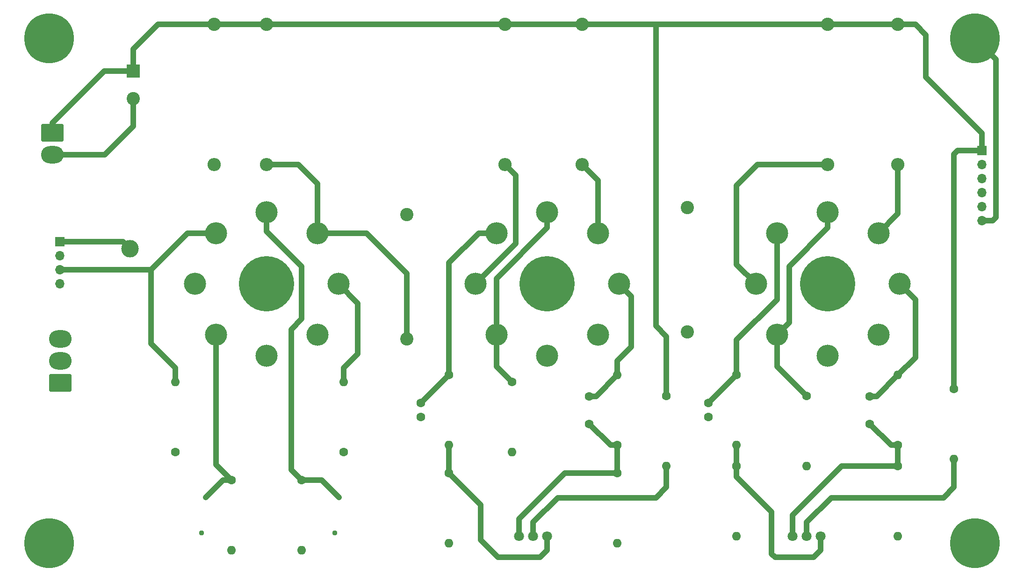
<source format=gbr>
%TF.GenerationSoftware,KiCad,Pcbnew,6.0.9-8da3e8f707~117~ubuntu22.04.1*%
%TF.CreationDate,2022-12-15T07:25:52-05:00*%
%TF.ProjectId,deflection_amp,6465666c-6563-4746-996f-6e5f616d702e,rev?*%
%TF.SameCoordinates,Original*%
%TF.FileFunction,Copper,L1,Top*%
%TF.FilePolarity,Positive*%
%FSLAX46Y46*%
G04 Gerber Fmt 4.6, Leading zero omitted, Abs format (unit mm)*
G04 Created by KiCad (PCBNEW 6.0.9-8da3e8f707~117~ubuntu22.04.1) date 2022-12-15 07:25:52*
%MOMM*%
%LPD*%
G01*
G04 APERTURE LIST*
G04 Aperture macros list*
%AMRoundRect*
0 Rectangle with rounded corners*
0 $1 Rounding radius*
0 $2 $3 $4 $5 $6 $7 $8 $9 X,Y pos of 4 corners*
0 Add a 4 corners polygon primitive as box body*
4,1,4,$2,$3,$4,$5,$6,$7,$8,$9,$2,$3,0*
0 Add four circle primitives for the rounded corners*
1,1,$1+$1,$2,$3*
1,1,$1+$1,$4,$5*
1,1,$1+$1,$6,$7*
1,1,$1+$1,$8,$9*
0 Add four rect primitives between the rounded corners*
20,1,$1+$1,$2,$3,$4,$5,0*
20,1,$1+$1,$4,$5,$6,$7,0*
20,1,$1+$1,$6,$7,$8,$9,0*
20,1,$1+$1,$8,$9,$2,$3,0*%
G04 Aperture macros list end*
%TA.AperFunction,ComponentPad*%
%ADD10C,1.800000*%
%TD*%
%TA.AperFunction,ComponentPad*%
%ADD11C,1.600000*%
%TD*%
%TA.AperFunction,ComponentPad*%
%ADD12O,1.600000X1.600000*%
%TD*%
%TA.AperFunction,ComponentPad*%
%ADD13RoundRect,0.250000X-1.800000X1.330000X-1.800000X-1.330000X1.800000X-1.330000X1.800000X1.330000X0*%
%TD*%
%TA.AperFunction,ComponentPad*%
%ADD14O,4.100000X3.160000*%
%TD*%
%TA.AperFunction,ComponentPad*%
%ADD15O,4.000000X4.000000*%
%TD*%
%TA.AperFunction,ComponentPad*%
%ADD16C,10.000000*%
%TD*%
%TA.AperFunction,ComponentPad*%
%ADD17C,2.400000*%
%TD*%
%TA.AperFunction,ComponentPad*%
%ADD18O,2.400000X2.400000*%
%TD*%
%TA.AperFunction,ComponentPad*%
%ADD19R,2.400000X2.400000*%
%TD*%
%TA.AperFunction,ComponentPad*%
%ADD20C,0.940000*%
%TD*%
%TA.AperFunction,ComponentPad*%
%ADD21C,9.000000*%
%TD*%
%TA.AperFunction,ComponentPad*%
%ADD22R,1.700000X1.700000*%
%TD*%
%TA.AperFunction,ComponentPad*%
%ADD23O,1.700000X1.700000*%
%TD*%
%TA.AperFunction,ComponentPad*%
%ADD24RoundRect,0.250000X1.800000X-1.330000X1.800000X1.330000X-1.800000X1.330000X-1.800000X-1.330000X0*%
%TD*%
%TA.AperFunction,ViaPad*%
%ADD25C,3.175000*%
%TD*%
%TA.AperFunction,Conductor*%
%ADD26C,1.016000*%
%TD*%
G04 APERTURE END LIST*
D10*
%TO.P,RV2,1,1*%
%TO.N,Net-(C8-Pad2)*%
X184150000Y-139700000D03*
%TO.P,RV2,2,2*%
%TO.N,Net-(R18-Pad2)*%
X186690000Y-139700000D03*
%TO.P,RV2,3,3*%
%TO.N,Net-(R21-Pad2)*%
X189230000Y-139700000D03*
%TD*%
D11*
%TO.P,R22,1*%
%TO.N,Net-(R21-Pad2)*%
X173990000Y-127000000D03*
D12*
%TO.P,R22,2*%
%TO.N,GND*%
X173990000Y-139700000D03*
%TD*%
D11*
%TO.P,R1,1*%
%TO.N,GND*%
X102870000Y-124460000D03*
D12*
%TO.P,R1,2*%
%TO.N,Net-(J2-Pad1)*%
X102870000Y-111760000D03*
%TD*%
D13*
%TO.P,J1,1,Pin_1*%
%TO.N,/B+*%
X50060000Y-66600000D03*
D14*
%TO.P,J1,2,Pin_2*%
%TO.N,GND*%
X50060000Y-70560000D03*
%TD*%
D15*
%TO.P,U3,1,G*%
%TO.N,Net-(C6-Pad2)*%
X203500000Y-93980000D03*
%TO.P,U3,2,P*%
%TO.N,Net-(J4-Pad4)*%
X199692388Y-84787612D03*
%TO.P,U3,3,C*%
%TO.N,Net-(R14-Pad1)*%
X190500000Y-80980000D03*
%TO.P,U3,4,G*%
%TO.N,Net-(C10-Pad1)*%
X181307612Y-84787612D03*
%TO.P,U3,5,P*%
%TO.N,Net-(J4-Pad5)*%
X177500000Y-93980000D03*
%TO.P,U3,6,C*%
%TO.N,Net-(R14-Pad1)*%
X181307612Y-103172388D03*
%TO.P,U3,7,F1*%
%TO.N,Net-(J3-Pad1)*%
X190500000Y-106980000D03*
%TO.P,U3,8,F2*%
%TO.N,Net-(J3-Pad2)*%
X199692388Y-103172388D03*
D16*
%TO.P,U3,9*%
%TO.N,N/C*%
X190500000Y-93980000D03*
%TD*%
D17*
%TO.P,R6,1*%
%TO.N,/B+*%
X79375000Y-46990000D03*
D18*
%TO.P,R6,2*%
%TO.N,Net-(C6-Pad1)*%
X79375000Y-72390000D03*
%TD*%
D19*
%TO.P,C1,1*%
%TO.N,/B+*%
X64770000Y-55461041D03*
D17*
%TO.P,C1,2*%
%TO.N,GND*%
X64770000Y-60461041D03*
%TD*%
D20*
%TO.P,C3,1*%
%TO.N,Net-(C3-Pad1)*%
X102000000Y-132690000D03*
%TO.P,C3,2*%
%TO.N,GND*%
X101200000Y-139090000D03*
%TD*%
D17*
%TO.P,C5,1*%
%TO.N,Net-(C5-Pad1)*%
X114300000Y-103960000D03*
%TO.P,C5,2*%
%TO.N,Net-(C5-Pad2)*%
X114300000Y-81460000D03*
%TD*%
D11*
%TO.P,C8,1*%
%TO.N,Net-(C6-Pad2)*%
X198120000Y-114340000D03*
%TO.P,C8,2*%
%TO.N,Net-(C8-Pad2)*%
X198120000Y-119340000D03*
%TD*%
%TO.P,R4,1*%
%TO.N,Net-(C4-Pad1)*%
X82550000Y-129540000D03*
D12*
%TO.P,R4,2*%
%TO.N,GND*%
X82550000Y-142240000D03*
%TD*%
D21*
%TO.P,H1,1,1*%
%TO.N,GND*%
X49530000Y-140970000D03*
%TD*%
D17*
%TO.P,R16,1*%
%TO.N,/B+*%
X190500000Y-46990000D03*
D18*
%TO.P,R16,2*%
%TO.N,Net-(J4-Pad5)*%
X190500000Y-72390000D03*
%TD*%
D15*
%TO.P,U2,1,G*%
%TO.N,Net-(C5-Pad2)*%
X152700000Y-93980000D03*
%TO.P,U2,2,P*%
%TO.N,Net-(J4-Pad2)*%
X148892388Y-84787612D03*
%TO.P,U2,3,C*%
%TO.N,Net-(R13-Pad1)*%
X139700000Y-80980000D03*
%TO.P,U2,4,G*%
%TO.N,Net-(C9-Pad1)*%
X130507612Y-84787612D03*
%TO.P,U2,5,P*%
%TO.N,Net-(J4-Pad3)*%
X126700000Y-93980000D03*
%TO.P,U2,6,C*%
%TO.N,Net-(R13-Pad1)*%
X130507612Y-103172388D03*
%TO.P,U2,7,F1*%
%TO.N,Net-(J3-Pad1)*%
X139700000Y-106980000D03*
%TO.P,U2,8,F2*%
%TO.N,Net-(J3-Pad2)*%
X148892388Y-103172388D03*
D16*
%TO.P,U2,9*%
%TO.N,N/C*%
X139700000Y-93980000D03*
%TD*%
D11*
%TO.P,R19,1*%
%TO.N,Net-(C9-Pad1)*%
X121920000Y-110490000D03*
D12*
%TO.P,R19,2*%
%TO.N,Net-(R19-Pad2)*%
X121920000Y-123190000D03*
%TD*%
D22*
%TO.P,J2,1,Pin_1*%
%TO.N,Net-(J2-Pad1)*%
X51435000Y-86360000D03*
D23*
%TO.P,J2,2,Pin_2*%
%TO.N,GND*%
X51435000Y-88900000D03*
%TO.P,J2,3,Pin_3*%
%TO.N,Net-(J2-Pad3)*%
X51435000Y-91440000D03*
%TO.P,J2,4,Pin_4*%
%TO.N,GND*%
X51435000Y-93980000D03*
%TD*%
D11*
%TO.P,R2,1*%
%TO.N,GND*%
X72390000Y-124460000D03*
D12*
%TO.P,R2,2*%
%TO.N,Net-(J2-Pad3)*%
X72390000Y-111760000D03*
%TD*%
D17*
%TO.P,R11,1*%
%TO.N,/B+*%
X146050000Y-46990000D03*
D18*
%TO.P,R11,2*%
%TO.N,Net-(J4-Pad2)*%
X146050000Y-72390000D03*
%TD*%
D22*
%TO.P,J4,1,Pin_1*%
%TO.N,/B+*%
X218440000Y-69850000D03*
D23*
%TO.P,J4,2,Pin_2*%
%TO.N,Net-(J4-Pad2)*%
X218440000Y-72390000D03*
%TO.P,J4,3,Pin_3*%
%TO.N,Net-(J4-Pad3)*%
X218440000Y-74930000D03*
%TO.P,J4,4,Pin_4*%
%TO.N,Net-(J4-Pad4)*%
X218440000Y-77470000D03*
%TO.P,J4,5,Pin_5*%
%TO.N,Net-(J4-Pad5)*%
X218440000Y-80010000D03*
%TO.P,J4,6,Pin_6*%
%TO.N,GND*%
X218440000Y-82550000D03*
%TD*%
D21*
%TO.P,H3,1,1*%
%TO.N,GND*%
X217170000Y-49530000D03*
%TD*%
D11*
%TO.P,C9,1*%
%TO.N,Net-(C9-Pad1)*%
X116840000Y-115570000D03*
%TO.P,C9,2*%
%TO.N,GND*%
X116840000Y-118070000D03*
%TD*%
%TO.P,R7,1*%
%TO.N,Net-(C7-Pad2)*%
X152400000Y-123190000D03*
D12*
%TO.P,R7,2*%
%TO.N,Net-(C5-Pad2)*%
X152400000Y-110490000D03*
%TD*%
D17*
%TO.P,R12,1*%
%TO.N,/B+*%
X203200000Y-46990000D03*
D18*
%TO.P,R12,2*%
%TO.N,Net-(J4-Pad4)*%
X203200000Y-72390000D03*
%TD*%
D11*
%TO.P,R18,1*%
%TO.N,/B+*%
X213360000Y-113030000D03*
D12*
%TO.P,R18,2*%
%TO.N,Net-(R18-Pad2)*%
X213360000Y-125730000D03*
%TD*%
D20*
%TO.P,C4,1*%
%TO.N,Net-(C4-Pad1)*%
X77870000Y-132690000D03*
%TO.P,C4,2*%
%TO.N,GND*%
X77070000Y-139090000D03*
%TD*%
D11*
%TO.P,R17,1*%
%TO.N,/B+*%
X161290000Y-114300000D03*
D12*
%TO.P,R17,2*%
%TO.N,Net-(R17-Pad2)*%
X161290000Y-127000000D03*
%TD*%
D11*
%TO.P,R9,1*%
%TO.N,Net-(C8-Pad2)*%
X203200000Y-123190000D03*
D12*
%TO.P,R9,2*%
%TO.N,Net-(C6-Pad2)*%
X203200000Y-110490000D03*
%TD*%
D11*
%TO.P,R3,1*%
%TO.N,Net-(C3-Pad1)*%
X95250000Y-129540000D03*
D12*
%TO.P,R3,2*%
%TO.N,GND*%
X95250000Y-142240000D03*
%TD*%
D11*
%TO.P,R21,1*%
%TO.N,Net-(C10-Pad1)*%
X173990000Y-110490000D03*
D12*
%TO.P,R21,2*%
%TO.N,Net-(R21-Pad2)*%
X173990000Y-123190000D03*
%TD*%
D24*
%TO.P,J3,1,Pin_1*%
%TO.N,Net-(J3-Pad1)*%
X51540000Y-111910000D03*
D14*
%TO.P,J3,2,Pin_2*%
%TO.N,Net-(J3-Pad2)*%
X51540000Y-107950000D03*
%TO.P,J3,3,Pin_3*%
%TO.N,GND*%
X51540000Y-103990000D03*
%TD*%
D10*
%TO.P,RV1,1,1*%
%TO.N,Net-(C7-Pad2)*%
X134620000Y-139700000D03*
%TO.P,RV1,2,2*%
%TO.N,Net-(R17-Pad2)*%
X137160000Y-139700000D03*
%TO.P,RV1,3,3*%
%TO.N,Net-(R19-Pad2)*%
X139700000Y-139700000D03*
%TD*%
D11*
%TO.P,C7,1*%
%TO.N,Net-(C5-Pad2)*%
X147320000Y-114340000D03*
%TO.P,C7,2*%
%TO.N,Net-(C7-Pad2)*%
X147320000Y-119340000D03*
%TD*%
%TO.P,C10,1*%
%TO.N,Net-(C10-Pad1)*%
X168910000Y-115570000D03*
%TO.P,C10,2*%
%TO.N,GND*%
X168910000Y-118070000D03*
%TD*%
%TO.P,R20,1*%
%TO.N,Net-(R19-Pad2)*%
X121920000Y-128270000D03*
D12*
%TO.P,R20,2*%
%TO.N,GND*%
X121920000Y-140970000D03*
%TD*%
D21*
%TO.P,H4,1,1*%
%TO.N,GND*%
X217170000Y-140970000D03*
%TD*%
D15*
%TO.P,U1,1,G*%
%TO.N,Net-(J2-Pad1)*%
X101900000Y-93980000D03*
%TO.P,U1,2,P*%
%TO.N,Net-(C5-Pad1)*%
X98092388Y-84787612D03*
%TO.P,U1,3,C*%
%TO.N,Net-(C3-Pad1)*%
X88900000Y-80980000D03*
%TO.P,U1,4,G*%
%TO.N,Net-(J2-Pad3)*%
X79707612Y-84787612D03*
%TO.P,U1,5,P*%
%TO.N,Net-(C6-Pad1)*%
X75900000Y-93980000D03*
%TO.P,U1,6,C*%
%TO.N,Net-(C4-Pad1)*%
X79707612Y-103172388D03*
%TO.P,U1,7,F1*%
%TO.N,Net-(J3-Pad1)*%
X88900000Y-106980000D03*
%TO.P,U1,8,F2*%
%TO.N,Net-(J3-Pad2)*%
X98092388Y-103172388D03*
D16*
%TO.P,U1,9*%
%TO.N,N/C*%
X88900000Y-93980000D03*
%TD*%
D11*
%TO.P,R10,1*%
%TO.N,Net-(C8-Pad2)*%
X203200000Y-127000000D03*
D12*
%TO.P,R10,2*%
%TO.N,GND*%
X203200000Y-139700000D03*
%TD*%
D11*
%TO.P,R8,1*%
%TO.N,Net-(C7-Pad2)*%
X152400000Y-128270000D03*
D12*
%TO.P,R8,2*%
%TO.N,GND*%
X152400000Y-140970000D03*
%TD*%
D11*
%TO.P,R13,1*%
%TO.N,Net-(R13-Pad1)*%
X133350000Y-111760000D03*
D12*
%TO.P,R13,2*%
%TO.N,GND*%
X133350000Y-124460000D03*
%TD*%
D17*
%TO.P,C6,1*%
%TO.N,Net-(C6-Pad1)*%
X165100000Y-102690000D03*
%TO.P,C6,2*%
%TO.N,Net-(C6-Pad2)*%
X165100000Y-80190000D03*
%TD*%
D21*
%TO.P,H2,1,1*%
%TO.N,GND*%
X49530000Y-49530000D03*
%TD*%
D11*
%TO.P,R14,1*%
%TO.N,Net-(R14-Pad1)*%
X186690000Y-114300000D03*
D12*
%TO.P,R14,2*%
%TO.N,GND*%
X186690000Y-127000000D03*
%TD*%
D17*
%TO.P,R15,1*%
%TO.N,/B+*%
X132080000Y-46990000D03*
D18*
%TO.P,R15,2*%
%TO.N,Net-(J4-Pad3)*%
X132080000Y-72390000D03*
%TD*%
D17*
%TO.P,R5,1*%
%TO.N,/B+*%
X88900000Y-46990000D03*
D18*
%TO.P,R5,2*%
%TO.N,Net-(C5-Pad1)*%
X88900000Y-72390000D03*
%TD*%
D25*
%TO.N,Net-(J2-Pad1)*%
X64135000Y-87630000D03*
%TD*%
D26*
%TO.N,Net-(C3-Pad1)*%
X88900000Y-80980000D02*
X88900000Y-84455000D01*
X93345000Y-127635000D02*
X95250000Y-129540000D01*
X95250000Y-90805000D02*
X95250000Y-100330000D01*
X98850000Y-129540000D02*
X102000000Y-132690000D01*
X88900000Y-84455000D02*
X95250000Y-90805000D01*
X95250000Y-129540000D02*
X98850000Y-129540000D01*
X95250000Y-100330000D02*
X93345000Y-102235000D01*
X93345000Y-102235000D02*
X93345000Y-127635000D01*
%TO.N,GND*%
X220980000Y-81915000D02*
X220345000Y-82550000D01*
X217170000Y-49530000D02*
X220980000Y-53340000D01*
X220345000Y-82550000D02*
X218440000Y-82550000D01*
X59615000Y-70560000D02*
X64770000Y-65405000D01*
X220980000Y-53340000D02*
X220980000Y-81915000D01*
X64770000Y-65405000D02*
X64770000Y-60461041D01*
X50060000Y-70560000D02*
X59615000Y-70560000D01*
%TO.N,Net-(C4-Pad1)*%
X79707612Y-103172388D02*
X79707612Y-126697612D01*
X79707612Y-126697612D02*
X82550000Y-129540000D01*
X82550000Y-129540000D02*
X81020000Y-129540000D01*
X81020000Y-129540000D02*
X77870000Y-132690000D01*
%TO.N,Net-(C5-Pad1)*%
X88900000Y-72390000D02*
X94615000Y-72390000D01*
X98092388Y-84787612D02*
X107012612Y-84787612D01*
X94615000Y-72390000D02*
X98092388Y-75867388D01*
X114300000Y-92075000D02*
X114300000Y-103960000D01*
X98092388Y-75867388D02*
X98092388Y-84787612D01*
X107012612Y-84787612D02*
X114300000Y-92075000D01*
%TO.N,Net-(C5-Pad2)*%
X154940000Y-105410000D02*
X154940000Y-96220000D01*
X154940000Y-96220000D02*
X152700000Y-93980000D01*
X148550000Y-114340000D02*
X152400000Y-110490000D01*
X147320000Y-114340000D02*
X148550000Y-114340000D01*
X152400000Y-107950000D02*
X154940000Y-105410000D01*
X152400000Y-110490000D02*
X152400000Y-107950000D01*
%TO.N,Net-(C6-Pad2)*%
X198120000Y-114340000D02*
X199350000Y-114340000D01*
X206375000Y-96855000D02*
X203500000Y-93980000D01*
X206375000Y-107315000D02*
X206375000Y-96855000D01*
X199350000Y-114340000D02*
X203200000Y-110490000D01*
X203200000Y-110490000D02*
X206375000Y-107315000D01*
%TO.N,Net-(C7-Pad2)*%
X142875000Y-128270000D02*
X152400000Y-128270000D01*
X151170000Y-123190000D02*
X147320000Y-119340000D01*
X134620000Y-136525000D02*
X142875000Y-128270000D01*
X152400000Y-123190000D02*
X151170000Y-123190000D01*
X134620000Y-139700000D02*
X134620000Y-136525000D01*
X152400000Y-128270000D02*
X152400000Y-123190000D01*
%TO.N,Net-(C8-Pad2)*%
X203200000Y-127000000D02*
X203200000Y-123190000D01*
X201970000Y-123190000D02*
X198120000Y-119340000D01*
X184150000Y-139700000D02*
X184150000Y-135890000D01*
X193040000Y-127000000D02*
X203200000Y-127000000D01*
X203200000Y-123190000D02*
X201970000Y-123190000D01*
X184150000Y-135890000D02*
X193040000Y-127000000D01*
%TO.N,Net-(C9-Pad1)*%
X130507612Y-84787612D02*
X127302388Y-84787612D01*
X127302388Y-84787612D02*
X121920000Y-90170000D01*
X121920000Y-90170000D02*
X121920000Y-110490000D01*
X116840000Y-115570000D02*
X121920000Y-110490000D01*
%TO.N,Net-(C10-Pad1)*%
X181307612Y-84787612D02*
X181307612Y-96822388D01*
X173990000Y-110490000D02*
X168910000Y-115570000D01*
X181307612Y-96822388D02*
X173990000Y-104140000D01*
X173990000Y-104140000D02*
X173990000Y-110490000D01*
%TO.N,/B+*%
X132080000Y-46990000D02*
X146050000Y-46990000D01*
X59473959Y-55461041D02*
X64770000Y-55461041D01*
X161290000Y-114300000D02*
X161290000Y-103505000D01*
X218440000Y-66675000D02*
X218440000Y-69850000D01*
X64770000Y-51435000D02*
X69215000Y-46990000D01*
X213360000Y-113030000D02*
X213360000Y-70485000D01*
X146050000Y-46990000D02*
X159385000Y-46990000D01*
X159385000Y-46990000D02*
X190500000Y-46990000D01*
X213995000Y-69850000D02*
X218440000Y-69850000D01*
X206375000Y-46990000D02*
X208280000Y-48895000D01*
X50060000Y-66600000D02*
X50060000Y-64875000D01*
X208280000Y-48895000D02*
X208280000Y-56515000D01*
X159385000Y-101600000D02*
X159385000Y-46990000D01*
X50060000Y-64875000D02*
X59473959Y-55461041D01*
X88900000Y-46990000D02*
X110490000Y-46990000D01*
X161290000Y-103505000D02*
X159385000Y-101600000D01*
X190500000Y-46990000D02*
X203200000Y-46990000D01*
X213360000Y-70485000D02*
X213995000Y-69850000D01*
X69215000Y-46990000D02*
X79375000Y-46990000D01*
X64770000Y-55461041D02*
X64770000Y-51435000D01*
X79375000Y-46990000D02*
X88900000Y-46990000D01*
X110490000Y-46990000D02*
X132080000Y-46990000D01*
X208280000Y-56515000D02*
X218440000Y-66675000D01*
X203200000Y-46990000D02*
X206375000Y-46990000D01*
%TO.N,Net-(J2-Pad1)*%
X62865000Y-86360000D02*
X64135000Y-87630000D01*
X102870000Y-109220000D02*
X102870000Y-111760000D01*
X105410000Y-97490000D02*
X105410000Y-106680000D01*
X51435000Y-86360000D02*
X62865000Y-86360000D01*
X105410000Y-106680000D02*
X102870000Y-109220000D01*
X101900000Y-93980000D02*
X105410000Y-97490000D01*
%TO.N,Net-(J2-Pad3)*%
X51435000Y-91440000D02*
X67945000Y-91440000D01*
X67945000Y-91440000D02*
X67945000Y-104775000D01*
X67945000Y-91440000D02*
X74597388Y-84787612D01*
X67945000Y-104775000D02*
X72390000Y-109220000D01*
X72390000Y-109220000D02*
X72390000Y-111760000D01*
X74597388Y-84787612D02*
X79707612Y-84787612D01*
%TO.N,Net-(J4-Pad2)*%
X148892388Y-75232388D02*
X148892388Y-84787612D01*
X146050000Y-72390000D02*
X148892388Y-75232388D01*
%TO.N,Net-(J4-Pad3)*%
X133985000Y-74295000D02*
X132080000Y-72390000D01*
X133985000Y-86695000D02*
X133985000Y-74295000D01*
X126700000Y-93980000D02*
X133985000Y-86695000D01*
%TO.N,Net-(J4-Pad4)*%
X203200000Y-81280000D02*
X199692388Y-84787612D01*
X203200000Y-72390000D02*
X203200000Y-81280000D01*
%TO.N,Net-(J4-Pad5)*%
X190500000Y-72390000D02*
X177800000Y-72390000D01*
X173990000Y-76200000D02*
X173990000Y-90470000D01*
X177800000Y-72390000D02*
X173990000Y-76200000D01*
X173990000Y-90470000D02*
X177500000Y-93980000D01*
%TO.N,Net-(R13-Pad1)*%
X139700000Y-80980000D02*
X139700000Y-83820000D01*
X130507612Y-103172388D02*
X130507612Y-108917612D01*
X130507612Y-93012388D02*
X130507612Y-103172388D01*
X130507612Y-108917612D02*
X133350000Y-111760000D01*
X139700000Y-83820000D02*
X130507612Y-93012388D01*
%TO.N,Net-(R14-Pad1)*%
X190500000Y-83820000D02*
X183515000Y-90805000D01*
X190500000Y-80980000D02*
X190500000Y-83820000D01*
X181307612Y-103172388D02*
X181307612Y-108917612D01*
X183515000Y-100965000D02*
X181307612Y-103172388D01*
X181307612Y-108917612D02*
X186690000Y-114300000D01*
X183515000Y-90805000D02*
X183515000Y-100965000D01*
%TO.N,Net-(R17-Pad2)*%
X137160000Y-139700000D02*
X137160000Y-137160000D01*
X161290000Y-130810000D02*
X161290000Y-127000000D01*
X141605000Y-132715000D02*
X159385000Y-132715000D01*
X159385000Y-132715000D02*
X161290000Y-130810000D01*
X137160000Y-137160000D02*
X141605000Y-132715000D01*
%TO.N,Net-(R18-Pad2)*%
X186690000Y-137160000D02*
X191135000Y-132715000D01*
X186690000Y-139700000D02*
X186690000Y-137160000D01*
X211455000Y-132715000D02*
X213360000Y-130810000D01*
X213360000Y-130810000D02*
X213360000Y-125730000D01*
X191135000Y-132715000D02*
X211455000Y-132715000D01*
%TO.N,Net-(R19-Pad2)*%
X139700000Y-142240000D02*
X138430000Y-143510000D01*
X138430000Y-143510000D02*
X130810000Y-143510000D01*
X130810000Y-143510000D02*
X127635000Y-140335000D01*
X127635000Y-140335000D02*
X127635000Y-133985000D01*
X139700000Y-139700000D02*
X139700000Y-142240000D01*
X121920000Y-123190000D02*
X121920000Y-128270000D01*
X127635000Y-133985000D02*
X121920000Y-128270000D01*
%TO.N,Net-(R21-Pad2)*%
X173990000Y-128905000D02*
X180340000Y-135255000D01*
X180340000Y-135255000D02*
X180340000Y-142875000D01*
X187960000Y-143510000D02*
X189230000Y-142240000D01*
X180340000Y-142875000D02*
X180975000Y-143510000D01*
X180975000Y-143510000D02*
X187960000Y-143510000D01*
X173990000Y-127000000D02*
X173990000Y-128905000D01*
X189230000Y-142240000D02*
X189230000Y-139700000D01*
X173990000Y-123190000D02*
X173990000Y-127000000D01*
%TD*%
M02*

</source>
